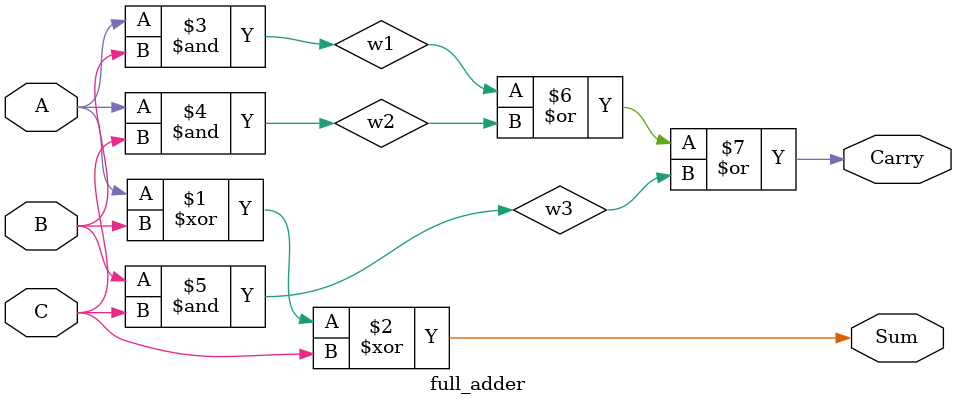
<source format=v>
`timescale 1ns / 1ps


module full_adder( input A,
                   input B,
                   input C,
                   output Sum,
                   output Carry

    );
    
    wire w1, w2, w3;
    
    assign Sum = (A ^ B ^ C);
    assign w1 = (A & B); 
    assign w2 = (A & C);
    assign w3 = (B & C);
    assign Carry = (w1 | w2 | w3);
        
endmodule

</source>
